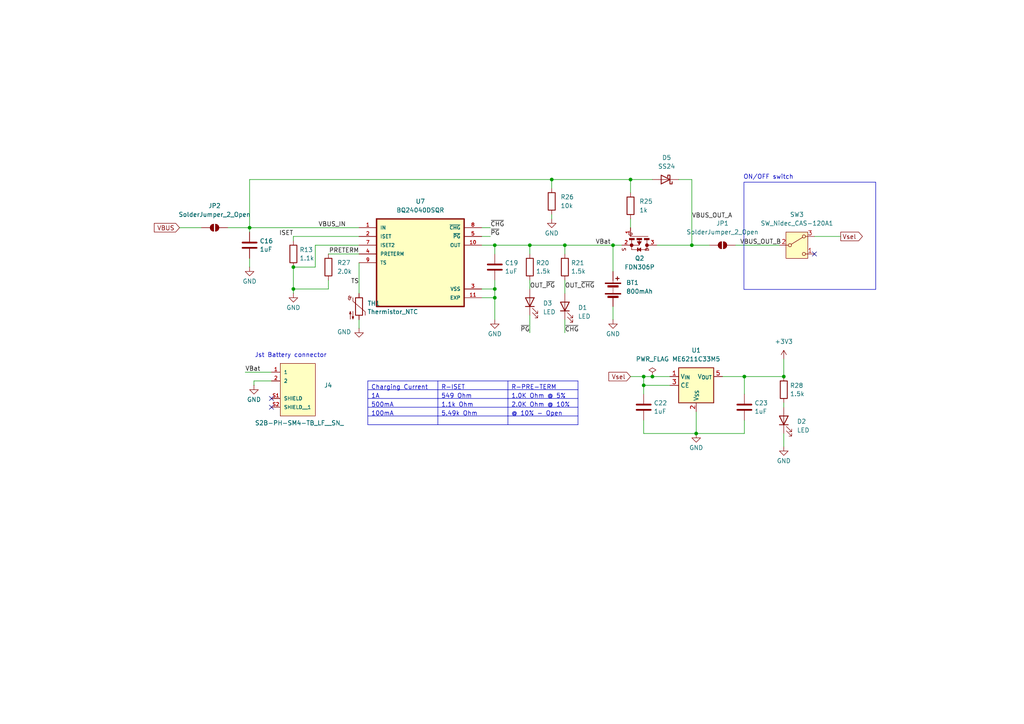
<source format=kicad_sch>
(kicad_sch (version 20250114) (generator "eeschema") (generator_version "9.0")
  (paper "A4")
  (lib_symbols
    (symbol "BQ24040DSQR_1" (pin_names (offset 1.016))
      (property "Reference" "U" (at -12.7 13.7 0))
      (property "Value" "BQ24040DSQR" (at -12.7 -16.7 0))
      (symbol "BQ24040DSQR_1_0_0"
        (rectangle (start -12.7 -12.7) (end 12.7 12.7) (stroke (width 0.41)) (fill (type background)))
        (pin input line (at -17.78 10.16 0) (length 5.08) (name "IN") (number "1"))
        (pin input line (at -17.78 7.62 0) (length 5.08) (name "ISET") (number "2"))
        (pin input line (at -17.78 5.08 0) (length 5.08) (name "ISET2") (number "7"))
        (pin input line (at -17.78 2.54 0) (length 5.08) (name "PRETERM") (number "4"))
        (pin input line (at -17.78 0 0) (length 5.08) (name "TS") (number "9"))
        (pin output line (at 17.78 10.16 180) (length 5.08) (name "~{CHG}") (number "8"))
        (pin output line (at 17.78 7.62 180) (length 5.08) (name "~{PG}") (number "5"))
        (pin output line (at 17.78 5.08 180) (length 5.08) (name "OUT") (number "10"))
        (pin power_in line (at 17.78 -7.62 180) (length 5.08) (name "VSS") (number "3"))
        (pin power_in line (at 17.78 -10.16 180) (length 5.08) (name "EXP") (number "11"))
      )
    )
    (symbol "Device:Battery" (pin_numbers (hide yes)) (pin_names (offset 0) (hide yes))
      (property "Reference" "BT" (at 2.54 2.54 0))
      (property "Value" "Battery" (at 2.54 0 0))
      (symbol "Battery_0_1"
        (rectangle (start -2.286 1.778) (end 2.286 1.524) (fill (type outline)))
        (rectangle (start -2.286 -1.27) (end 2.286 -1.524) (fill (type outline)))
        (rectangle (start -1.524 1.016) (end 1.524 0.508) (fill (type outline)))
        (rectangle (start -1.524 -2.032) (end 1.524 -2.54) (fill (type outline)))
        (polyline (pts (xy 0 1.778) (xy 0 2.54)))
        (polyline (pts (xy 0 0) (xy 0 0.254)))
        (polyline (pts (xy 0 -0.508) (xy 0 -0.254)))
        (polyline (pts (xy 0 -1.016) (xy 0 -0.762)))
        (polyline (pts (xy 0.762 3.048) (xy 1.778 3.048)) (stroke (width 0.254)))
        (polyline (pts (xy 1.27 3.556) (xy 1.27 2.54)) (stroke (width 0.254)))
      )
      (symbol "Battery_1_1"
        (pin passive line (at 0 5.08 270) (length 2.54) (name "+") (number "1"))
        (pin passive line (at 0 -5.08 90) (length 2.54) (name "-") (number "2"))
      )
    )
    (symbol "Device:C" (pin_numbers (hide yes)) (pin_names (offset 0.254))
      (property "Reference" "C" (at 0.635 2.54 0))
      (property "Value" "C" (at 0.635 -2.54 0))
      (symbol "C_0_1"
        (polyline (pts (xy -2.032 0.762) (xy 2.032 0.762)) (stroke (width 0.508)))
        (polyline (pts (xy -2.032 -0.762) (xy 2.032 -0.762)) (stroke (width 0.508)))
      )
      (symbol "C_1_1"
        (pin passive line (at 0 3.81 270) (length 2.794) (name "~") (number "1"))
        (pin passive line (at 0 -3.81 90) (length 2.794) (name "~") (number "2"))
      )
    )
    (symbol "Device:R" (pin_numbers (hide yes)) (pin_names (offset 0))
      (property "Reference" "R" (at 2.032 0 90))
      (property "Value" "R" (at 0 0 90))
      (symbol "R_0_1"
        (rectangle (start -1.016 -2.54) (end 1.016 2.54) (stroke (width 0.254)))
      )
      (symbol "R_1_1"
        (pin passive line (at 0 3.81 270) (length 1.27) (name "~") (number "1"))
        (pin passive line (at 0 -3.81 90) (length 1.27) (name "~") (number "2"))
      )
    )
    (symbol "Device:Thermistor_NTC" (pin_numbers (hide yes)) (pin_names (offset 0))
      (property "Reference" "TH" (at -4.445 0 90))
      (property "Value" "Thermistor_NTC" (at 3.175 0 90))
      (symbol "Thermistor_NTC_0_1"
        (arc (start -3.175 2.413) (mid -3.0506 2.3165) (end -3.048 2.159))
        (arc (start -3.048 2.794) (mid -2.9736 2.9736) (end -2.794 3.048))
        (arc (start -2.794 3.048) (mid -2.6144 2.9736) (end -2.54 2.794))
        (arc (start -2.794 2.54) (mid -2.9736 2.6144) (end -3.048 2.794))
        (arc (start -2.794 1.905) (mid -2.9736 1.9794) (end -3.048 2.159))
        (arc (start -2.54 2.159) (mid -2.6144 1.9794) (end -2.794 1.905))
        (arc (start -2.159 2.794) (mid -2.434 2.5608) (end -2.794 2.54))
        (polyline (pts (xy -2.54 2.159) (xy -2.54 2.794)))
        (polyline (pts (xy -2.54 -3.683) (xy -2.54 -1.397) (xy -2.794 -2.159) (xy -2.286 -2.159) (xy -2.54 -1.397) (xy -2.54 -1.651)) (fill (type outline)))
        (polyline (pts (xy -1.778 2.54) (xy -1.778 1.524) (xy 1.778 -1.524) (xy 1.778 -2.54)))
        (polyline (pts (xy -1.778 -1.397) (xy -1.778 -3.683) (xy -2.032 -2.921) (xy -1.524 -2.921) (xy -1.778 -3.683) (xy -1.778 -3.429)) (fill (type outline)))
        (rectangle (start -1.016 2.54) (end 1.016 -2.54) (stroke (width 0.254)))
      )
      (symbol "Thermistor_NTC_1_1"
        (pin passive line (at 0 3.81 270) (length 1.27) (name "~") (number "1"))
        (pin passive line (at 0 -3.81 90) (length 1.27) (name "~") (number "2"))
      )
    )
    (symbol "Diode:SS24" (pin_numbers (hide yes)) (pin_names (offset 1.016) (hide yes))
      (property "Reference" "D" (at 0 2.54 0))
      (property "Value" "SS24" (at 0 -2.54 0))
      (symbol "SS24_0_1"
        (polyline (pts (xy -1.905 0.635) (xy -1.905 1.27) (xy -1.27 1.27) (xy -1.27 -1.27) (xy -0.635 -1.27) (xy -0.635 -0.635)) (stroke (width 0.254)))
        (polyline (pts (xy 1.27 1.27) (xy 1.27 -1.27) (xy -1.27 0) (xy 1.27 1.27)) (stroke (width 0.254)))
        (polyline (pts (xy 1.27 0) (xy -1.27 0)))
      )
      (symbol "SS24_1_1"
        (pin passive line (at -3.81 0 0) (length 2.54) (name "K") (number "1"))
        (pin passive line (at 3.81 0 180) (length 2.54) (name "A") (number "2"))
      )
    )
    (symbol "FDN306P:FDN306P" (pin_names (offset 1.016))
      (property "Reference" "Q" (at 2.5423 0 0))
      (property "Value" "FDN306P" (at 2.5417 -2.5417 0))
      (symbol "FDN306P_0_0"
        (polyline (pts (xy -2.54 -2.54) (xy -2.54 2.54)) (stroke (width 0.1524)))
        (rectangle (start -2.034 -2.9239) (end -1.524 -1.397) (stroke (width 0.1)) (fill (type outline)))
        (rectangle (start -2.0339 1.3983) (end -1.524 2.921) (stroke (width 0.1)) (fill (type outline)))
        (rectangle (start -2.0326 -0.7622) (end -1.524 0.762) (stroke (width 0.1)) (fill (type outline)))
        (polyline (pts (xy -1.905 -2.2225) (xy 0 -2.2225)) (stroke (width 0.1524)))
        (polyline (pts (xy -1.5875 2.2225) (xy 0 2.2225)) (stroke (width 0.1524)))
        (polyline (pts (xy -1.0795 0) (xy -1.905 0)) (stroke (width 0.1524)))
        (polyline (pts (xy -0.0635 0) (xy -1.0795 -0.635) (xy -1.0795 0.635) (xy -0.0635 0)) (stroke (width 0.1016)) (fill (type outline)))
        (polyline (pts (xy 0 2.54) (xy 0 2.2225)) (stroke (width 0.1524)))
        (circle (center 0 2.2225) (radius 0.127) (stroke (width 0.4064)))
        (polyline (pts (xy 0 2.2225) (xy 1.27 2.2225)) (stroke (width 0.1524)))
        (polyline (pts (xy 0 0) (xy 0 -2.2225)) (stroke (width 0.1524)))
        (polyline (pts (xy 0 -2.2225) (xy 0 -2.54)) (stroke (width 0.1524)))
        (circle (center 0 -2.2225) (radius 0.127) (stroke (width 0.4064)))
        (rectangle (start 0.7633 -0.5725) (end 1.778 -0.3175) (stroke (width 0.1)) (fill (type outline)))
        (polyline (pts (xy 1.27 2.2225) (xy 1.27 -2.2225)) (stroke (width 0.1524)))
        (polyline (pts (xy 1.27 -0.3175) (xy 1.778 0.4445) (xy 0.762 0.4445) (xy 1.27 -0.3175)) (stroke (width 0.1524)) (fill (type outline)))
        (polyline (pts (xy 1.27 -2.2225) (xy 0 -2.2225)) (stroke (width 0.1524)))
        (text "G" (at -3.8105 -1.9052 0) (effects (font (size 1.0161 1.0161)) (justify left bottom)))
        (text "D" (at 0.6357 2.8609 0) (effects (font (size 1.0172 1.0172)) (justify left bottom)))
        (text "S" (at 0.6358 -3.8149 0) (effects (font (size 1.0173 1.0173)) (justify left bottom)))
        (pin passive line (at -5.08 -2.54 0) (length 2.54) (name "~") (number "1"))
        (pin passive line (at 0 5.08 270) (length 2.54) (name "~") (number "3"))
        (pin passive line (at 0 -5.08 90) (length 2.54) (name "~") (number "2"))
      )
    )
    (symbol "Jumper:SolderJumper_2_Open" (pin_numbers (hide yes)) (pin_names (offset 0) (hide yes)) (in_bom no)
      (property "Reference" "JP" (at 0 2.032 0))
      (property "Value" "SolderJumper_2_Open" (at 0 -2.54 0))
      (symbol "SolderJumper_2_Open_0_1"
        (polyline (pts (xy -0.254 1.016) (xy -0.254 -1.016)))
        (arc (start -0.254 -1.016) (mid -1.2656 0) (end -0.254 1.016))
        (arc (start -0.254 -1.016) (mid -1.2656 0) (end -0.254 1.016) (fill (type outline)))
        (arc (start 0.254 1.016) (mid 1.2656 0) (end 0.254 -1.016))
        (arc (start 0.254 1.016) (mid 1.2656 0) (end 0.254 -1.016) (fill (type outline)))
        (polyline (pts (xy 0.254 1.016) (xy 0.254 -1.016)))
      )
      (symbol "SolderJumper_2_Open_1_1"
        (pin passive line (at -3.81 0 0) (length 2.54) (name "A") (number "1"))
        (pin passive line (at 3.81 0 180) (length 2.54) (name "B") (number "2"))
      )
    )
    (symbol "LED_1" (pin_numbers (hide yes)) (pin_names (offset 1.016) (hide yes))
      (property "Reference" "D" (at 0 2.54 0))
      (property "Value" "LED" (at 0 -2.54 0))
      (symbol "LED_1_0_1"
        (polyline (pts (xy -3.048 -0.762) (xy -4.572 -2.286) (xy -3.81 -2.286) (xy -4.572 -2.286) (xy -4.572 -1.524)))
        (polyline (pts (xy -1.778 -0.762) (xy -3.302 -2.286) (xy -2.54 -2.286) (xy -3.302 -2.286) (xy -3.302 -1.524)))
        (polyline (pts (xy -1.27 0) (xy 1.27 0)))
        (polyline (pts (xy -1.27 -1.27) (xy -1.27 1.27)) (stroke (width 0.254)))
        (polyline (pts (xy 1.27 -1.27) (xy 1.27 1.27) (xy -1.27 0) (xy 1.27 -1.27)) (stroke (width 0.254)))
      )
      (symbol "LED_1_1_1"
        (pin passive line (at -3.81 0 0) (length 2.54) (name "K") (number "1"))
        (pin passive line (at 3.81 0 180) (length 2.54) (name "A") (number "2"))
      )
    )
    (symbol "Regulator_Linear:ME6211C33M5"
      (property "Reference" "U" (at -4.572 6.35 0))
      (property "Value" "ME6211C33M5" (at 10.16 8.636 0))
      (symbol "ME6211C33M5_1_1"
        (rectangle (start -5.08 5.08) (end 5.08 -5.08) (stroke (width 0.254)) (fill (type background)))
        (pin power_in line (at -7.62 2.54 0) (length 2.54) (name "V_{IN}") (number "1"))
        (pin input line (at -7.62 0 0) (length 2.54) (name "CE") (number "3"))
        (pin power_in line (at 0 -7.62 90) (length 2.54) (name "V_{SS}") (number "2"))
        (pin no_connect line (at 5.08 0 180) (length 2.54) (hide yes) (name "NC") (number "4"))
        (pin power_out line (at 7.62 2.54 180) (length 2.54) (name "V_{OUT}") (number "5"))
      )
    )
    (symbol "S2B-PH-SM4-TB_LF__SN__1" (pin_names (offset 1.016))
      (property "Reference" "J" (at -5.0829 5.5957 0))
      (property "Value" "S2B-PH-SM4-TB_LF__SN_" (at -5.0881 -11.9627 0))
      (symbol "S2B-PH-SM4-TB_LF__SN__1_0_0"
        (rectangle (start -5.08 -10.16) (end 5.08 5.08) (stroke (width 0.1524)) (fill (type background)))
        (pin passive line (at -7.62 2.54 0) (length 2.54) (name "1") (number "1"))
        (pin passive line (at -7.62 0 0) (length 2.54) (name "2") (number "2"))
        (pin passive line (at -7.62 -5.08 0) (length 2.54) (name "SHIELD") (number "S1"))
        (pin passive line (at -7.62 -7.62 0) (length 2.54) (name "SHIELD__1") (number "S2"))
      )
    )
    (symbol "Switch:SW_Nidec_CAS-120A1" (pin_names (offset 1) (hide yes))
      (property "Reference" "SW" (at 0 4.318 0))
      (property "Value" "SW_Nidec_CAS-120A1" (at 0 -5.08 0))
      (symbol "SW_Nidec_CAS-120A1_0_1"
        (circle (center -2.032 0) (radius 0.4572))
        (polyline (pts (xy -1.651 0.254) (xy 1.651 2.286)))
        (circle (center 2.032 2.54) (radius 0.4572))
        (circle (center 2.032 -2.54) (radius 0.4572))
      )
      (symbol "SW_Nidec_CAS-120A1_1_1"
        (rectangle (start -3.175 3.81) (end 3.175 -3.81) (fill (type background)))
        (pin passive line (at -5.08 0 0) (length 2.54) (name "B") (number "2"))
        (pin passive line (at 5.08 2.54 180) (length 2.54) (name "A") (number "3"))
        (pin passive line (at 5.08 -2.54 180) (length 2.54) (name "C") (number "1"))
      )
    )
    (symbol "power:+3V3" (power) (pin_numbers (hide yes)) (pin_names (offset 0) (hide yes))
      (property "Value" "+3V3" (at 0 3.556 0))
      (symbol "+3V3_0_1"
        (polyline (pts (xy -0.762 1.27) (xy 0 2.54)))
        (polyline (pts (xy 0 2.54) (xy 0.762 1.27)))
        (polyline (pts (xy 0 0) (xy 0 2.54)))
      )
      (symbol "+3V3_1_1"
        (pin power_in line (at 0 0 90) (length 0) (name "~") (number "1"))
      )
    )
    (symbol "power:GND" (power) (pin_numbers (hide yes)) (pin_names (offset 0) (hide yes))
      (property "Value" "GND" (at 0 -3.81 0))
      (symbol "GND_0_1"
        (polyline (pts (xy 0 0) (xy 0 -1.27) (xy 1.27 -1.27) (xy 0 -2.54) (xy -1.27 -1.27) (xy 0 -1.27)))
      )
      (symbol "GND_1_1"
        (pin power_in line (at 0 0 270) (length 0) (name "~") (number "1"))
      )
    )
    (symbol "power:PWR_FLAG" (power) (pin_numbers (hide yes)) (pin_names (offset 0) (hide yes))
      (property "Value" "PWR_FLAG" (at 0 3.81 0))
      (symbol "PWR_FLAG_0_0"
        (pin power_out line (at 0 0 90) (length 0) (name "~") (number "1"))
      )
      (symbol "PWR_FLAG_0_1"
        (polyline (pts (xy 0 0) (xy 0 1.27) (xy -1.016 1.905) (xy 0 2.54) (xy 1.016 1.905) (xy 0 1.27)))
      )
    )
  )
  (rectangle (start 215.773 52.832) (end 254 83.947))
  (text "ON/OFF switch" (at 222.885 51.435 0) (effects (font (size 1.27 1.27))))
  (text "Jst Battery connector" (at 84.328 103.124 0) (effects (font (size 1.27 1.27))))
  (junction (at 227.33 109.22))
  (junction (at 177.8 71.12))
  (junction (at 200.66 71.12))
  (junction (at 189.23 109.22))
  (junction (at 72.39 66.04))
  (junction (at 153.67 71.12))
  (junction (at 143.51 86.36))
  (junction (at 186.69 111.76))
  (junction (at 186.69 109.22))
  (junction (at 160.02 52.07))
  (junction (at 143.51 71.12))
  (junction (at 143.51 83.82))
  (junction (at 215.9 109.22))
  (junction (at 85.09 77.47))
  (junction (at 85.09 83.82))
  (junction (at 182.88 52.07))
  (junction (at 163.83 71.12))
  (junction (at 201.93 125.73))
  (no_connect (at 78.74 115.57))
  (no_connect (at 78.74 118.11))
  (no_connect (at 236.22 73.66))
  (wire (pts (xy 71.12 107.95) (xy 78.74 107.95)))
  (wire (pts (xy 177.8 71.12) (xy 177.8 78.74)))
  (wire (pts (xy 243.84 68.58) (xy 236.22 68.58)))
  (wire (pts (xy 95.25 81.28) (xy 95.25 83.82)))
  (wire (pts (xy 163.83 81.28) (xy 163.83 85.09)))
  (wire (pts (xy 163.83 71.12) (xy 153.67 71.12)))
  (wire (pts (xy 85.09 68.58) (xy 85.09 69.85)))
  (wire (pts (xy 104.14 92.71) (xy 104.14 95.25)))
  (wire (pts (xy 143.51 81.28) (xy 143.51 83.82)))
  (wire (pts (xy 153.67 91.44) (xy 153.67 96.52)))
  (wire (pts (xy 72.39 77.47) (xy 72.39 74.93)))
  (wire (pts (xy 227.33 129.54) (xy 227.33 125.73)))
  (wire (pts (xy 153.67 73.66) (xy 153.67 71.12)))
  (wire (pts (xy 189.23 109.22) (xy 186.69 109.22)))
  (wire (pts (xy 73.66 111.76) (xy 73.66 110.49)))
  (wire (pts (xy 186.69 111.76) (xy 186.69 114.3)))
  (wire (pts (xy 142.24 68.58) (xy 139.7 68.58)))
  (wire (pts (xy 186.69 111.76) (xy 194.31 111.76)))
  (wire (pts (xy 196.85 52.07) (xy 200.66 52.07)))
  (wire (pts (xy 186.69 109.22) (xy 186.69 111.76)))
  (wire (pts (xy 215.9 121.92) (xy 215.9 125.73)))
  (wire (pts (xy 182.88 52.07) (xy 189.23 52.07)))
  (wire (pts (xy 142.24 66.04) (xy 139.7 66.04)))
  (wire (pts (xy 194.31 109.22) (xy 189.23 109.22)))
  (wire (pts (xy 95.25 83.82) (xy 85.09 83.82)))
  (wire (pts (xy 95.25 73.66) (xy 104.14 73.66)))
  (wire (pts (xy 160.02 62.23) (xy 160.02 63.5)))
  (wire (pts (xy 52.07 66.04) (xy 58.42 66.04)))
  (wire (pts (xy 182.88 52.07) (xy 160.02 52.07)))
  (wire (pts (xy 163.83 71.12) (xy 177.8 71.12)))
  (wire (pts (xy 215.9 125.73) (xy 201.93 125.73)))
  (wire (pts (xy 153.67 71.12) (xy 143.51 71.12)))
  (wire (pts (xy 91.44 77.47) (xy 85.09 77.47)))
  (wire (pts (xy 227.33 116.84) (xy 227.33 118.11)))
  (wire (pts (xy 91.44 71.12) (xy 91.44 77.47)))
  (wire (pts (xy 139.7 83.82) (xy 143.51 83.82)))
  (wire (pts (xy 163.83 73.66) (xy 163.83 71.12)))
  (wire (pts (xy 139.7 71.12) (xy 143.51 71.12)))
  (wire (pts (xy 190.5 71.12) (xy 200.66 71.12)))
  (wire (pts (xy 73.66 110.49) (xy 78.74 110.49)))
  (wire (pts (xy 72.39 66.04) (xy 104.14 66.04)))
  (wire (pts (xy 72.39 52.07) (xy 72.39 66.04)))
  (wire (pts (xy 182.88 63.5) (xy 182.88 66.04)))
  (wire (pts (xy 163.83 92.71) (xy 163.83 96.52)))
  (wire (pts (xy 160.02 52.07) (xy 160.02 54.61)))
  (wire (pts (xy 182.88 52.07) (xy 182.88 55.88)))
  (wire (pts (xy 85.09 68.58) (xy 104.14 68.58)))
  (wire (pts (xy 139.7 86.36) (xy 143.51 86.36)))
  (wire (pts (xy 143.51 86.36) (xy 143.51 92.71)))
  (wire (pts (xy 143.51 71.12) (xy 143.51 73.66)))
  (wire (pts (xy 186.69 125.73) (xy 201.93 125.73)))
  (wire (pts (xy 209.55 109.22) (xy 215.9 109.22)))
  (wire (pts (xy 186.69 121.92) (xy 186.69 125.73)))
  (wire (pts (xy 227.33 104.14) (xy 227.33 109.22)))
  (wire (pts (xy 153.67 81.28) (xy 153.67 83.82)))
  (wire (pts (xy 104.14 76.2) (xy 104.14 85.09)))
  (wire (pts (xy 66.04 66.04) (xy 72.39 66.04)))
  (wire (pts (xy 72.39 66.04) (xy 72.39 67.31)))
  (wire (pts (xy 177.8 71.12) (xy 180.34 71.12)))
  (wire (pts (xy 227.33 109.22) (xy 215.9 109.22)))
  (wire (pts (xy 201.93 119.38) (xy 201.93 125.73)))
  (wire (pts (xy 143.51 83.82) (xy 143.51 86.36)))
  (wire (pts (xy 200.66 52.07) (xy 200.66 71.12)))
  (wire (pts (xy 215.9 109.22) (xy 215.9 114.3)))
  (wire (pts (xy 177.8 88.9) (xy 177.8 92.71)))
  (wire (pts (xy 85.09 83.82) (xy 85.09 77.47)))
  (wire (pts (xy 85.09 85.09) (xy 85.09 83.82)))
  (wire (pts (xy 205.74 71.12) (xy 200.66 71.12)))
  (wire (pts (xy 104.14 71.12) (xy 91.44 71.12)))
  (wire (pts (xy 213.36 71.12) (xy 226.06 71.12)))
  (wire (pts (xy 160.02 52.07) (xy 72.39 52.07)))
  (wire (pts (xy 182.88 109.22) (xy 186.69 109.22)))
  (table (column_count 3) (border (external yes) (header yes) (stroke (width 0.0508))) (separators (rows yes) (cols yes) (stroke (width 0.0508))) (column_widths 20.32 20.32 20.32) (row_heights 2.54 2.54 2.54 2.54 2.54) (cells (table_cell "Charging Current" (at 106.68 110.49 0) (size 20.32 2.54) (margins 0.9525 0.9525 0.9525 0.9525) (span 1 1)) (table_cell "R-ISET" (at 127 110.49 0) (size 20.32 2.54) (margins 0.9525 0.9525 0.9525 0.9525) (span 1 1)) (table_cell "R-PRE-TERM" (at 147.32 110.49 0) (size 20.32 2.54) (margins 0.9525 0.9525 0.9525 0.9525) (span 1 1)) (table_cell "1A" (at 106.68 113.03 0) (size 20.32 2.54) (margins 0.9525 0.9525 0.9525 0.9525) (span 1 1)) (table_cell "549 Ohm" (at 127 113.03 0) (size 20.32 2.54) (margins 0.9525 0.9525 0.9525 0.9525) (span 1 1)) (table_cell "1.0K Ohm @ 5%" (at 147.32 113.03 0) (size 20.32 2.54) (margins 0.9525 0.9525 0.9525 0.9525) (span 1 1)) (table_cell "500mA " (at 106.68 115.57 0) (size 20.32 2.54) (margins 0.9525 0.9525 0.9525 0.9525) (span 1 1)) (table_cell "1.1k Ohm" (at 127 115.57 0) (size 20.32 2.54) (margins 0.9525 0.9525 0.9525 0.9525) (span 1 1)) (table_cell "2.0K Ohm @ 10%" (at 147.32 115.57 0) (size 20.32 2.54) (margins 0.9525 0.9525 0.9525 0.9525) (span 1 1)) (table_cell "100mA" (at 106.68 118.11 0) (size 20.32 2.54) (margins 0.9525 0.9525 0.9525 0.9525) (span 1 1)) (table_cell "5.49k Ohm" (at 127 118.11 0) (size 20.32 2.54) (margins 0.9525 0.9525 0.9525 0.9525) (span 1 1)) (table_cell "@ 10% - Open" (at 147.32 118.11 0) (size 20.32 2.54) (margins 0.9525 0.9525 0.9525 0.9525) (span 1 1)) (table_cell "" (at 106.68 120.65 0) (size 20.32 2.54) (margins 0.9525 0.9525 0.9525 0.9525) (span 1 1)) (table_cell "" (at 127 120.65 0) (size 20.32 2.54) (margins 0.9525 0.9525 0.9525 0.9525) (span 1 1)) (table_cell "" (at 147.32 120.65 0) (size 20.32 2.54) (margins 0.9525 0.9525 0.9525 0.9525) (span 1 1))))
  (label "ISET" (at 85.09 68.58 180))
  (label "TS" (at 104.14 82.55 180))
  (label "OUT_~{CHG}" (at 163.83 83.82 0))
  (label "~{CHG}" (at 142.24 66.04 0))
  (label "OUT_~{PG}" (at 153.67 83.82 0))
  (label "~{PG}" (at 153.67 96.52 180))
  (label "VBat" (at 172.72 71.12 0))
  (label "PRETERM" (at 104.14 73.66 180))
  (label "VBat" (at 71.12 107.95 0))
  (label "~{CHG}" (at 163.83 96.52 0))
  (label "~{PG}" (at 142.24 68.58 0))
  (label "VBUS_OUT_A" (at 200.66 63.5 0))
  (label "VBUS_IN" (at 100.33 66.04 180))
  (label "VBUS_OUT_B" (at 214.63 71.12 0))
  (global_label "Vsel" (shape input) (at 182.88 109.22 180) (property "Intersheetrefs" "${INTERSHEET_REFS}" (effects (hide yes))))
  (global_label "Vsel" (shape output) (at 243.84 68.58 0) (property "Intersheetrefs" "${INTERSHEET_REFS}" (effects (hide yes))))
  (global_label "VBUS" (shape input) (at 52.07 66.04 180) (property "Intersheetrefs" "${INTERSHEET_REFS}" (effects (hide yes))))
  (symbol (lib_name "LED_1") (lib_id "Device:LED") (at 227.33 121.92 90) (unit 1)
    (property "Reference" "D2" (at 231.14 122.2374 90) (effects (justify right)))
    (property "Value" "LED" (at 231.14 124.7774 90) (effects (justify right)))
    (property "Footprint" "LED_SMD:LED_0805_2012Metric" (effects (hide yes)))
    (property "Description" "Light emitting diode" (effects (hide yes)))
    (property "Sim.Pins" "1=K 2=A" (effects (hide yes)))
  )
  (symbol (lib_id "Device:C") (at 186.69 118.11 180) (unit 1)
    (property "Reference" "C22" (at 189.611 116.8978 0) (effects (justify right)))
    (property "Value" "1uF" (at 189.611 119.3221 0) (effects (justify right)))
    (property "Footprint" "Capacitor_SMD:C_0805_2012Metric_Pad1.18x1.45mm_HandSolder" (effects (hide yes)))
    (property "Description" "Unpolarized capacitor" (effects (hide yes)))
  )
  (symbol (lib_id "power:GND") (at 177.8 92.71 0) (unit 1)
    (property "Reference" "#PWR060" (effects (hide yes)))
    (property "Value" "GND" (at 177.8 96.8431 0))
    (property "Description" "Power symbol creates a global label with name \"GND\" , ground" (effects (hide yes)))
  )
  (symbol (lib_id "power:GND") (at 143.51 92.71 0) (unit 1)
    (property "Reference" "#PWR038" (effects (hide yes)))
    (property "Value" "GND" (at 143.51 96.8431 0))
    (property "Description" "Power symbol creates a global label with name \"GND\" , ground" (effects (hide yes)))
  )
  (symbol (lib_id "Device:R") (at 85.09 73.66 0) (unit 1)
    (property "Reference" "R13" (at 86.868 72.4478 0) (effects (justify left)))
    (property "Value" "1.1k" (at 86.868 74.8721 0) (effects (justify left)))
    (property "Footprint" "Resistor_SMD:R_0805_2012Metric_Pad1.20x1.40mm_HandSolder" (effects (hide yes)))
    (property "Description" "Resistor" (effects (hide yes)))
  )
  (symbol (lib_id "power:GND") (at 85.09 85.09 0) (unit 1)
    (property "Reference" "#PWR037" (effects (hide yes)))
    (property "Value" "GND" (at 85.09 89.2231 0))
    (property "Description" "Power symbol creates a global label with name \"GND\" , ground" (effects (hide yes)))
  )
  (symbol (lib_id "Jumper:SolderJumper_2_Open") (at 209.55 71.12 0) (unit 1) (in_bom no)
    (property "Reference" "JP1" (at 209.55 64.77 0))
    (property "Value" "SolderJumper_2_Open" (at 209.55 67.31 0))
    (property "Footprint" "Jumper:SolderJumper-2_P1.3mm_Open_RoundedPad1.0x1.5mm" (effects (hide yes)))
    (property "Description" "Solder Jumper, 2-pole, open" (effects (hide yes)))
  )
  (symbol (lib_id "Device:C") (at 72.39 71.12 180) (unit 1)
    (property "Reference" "C16" (at 75.311 69.9078 0) (effects (justify right)))
    (property "Value" "1uF" (at 75.311 72.3321 0) (effects (justify right)))
    (property "Footprint" "Capacitor_SMD:C_0805_2012Metric_Pad1.18x1.45mm_HandSolder" (effects (hide yes)))
    (property "Description" "Unpolarized capacitor" (effects (hide yes)))
  )
  (symbol (lib_id "power:GND") (at 201.93 125.73 0) (unit 1)
    (property "Reference" "#PWR08" (effects (hide yes)))
    (property "Value" "GND" (at 201.93 129.8631 0))
    (property "Description" "Power symbol creates a global label with name \"GND\" , ground" (effects (hide yes)))
  )
  (symbol (lib_id "Regulator_Linear:ME6211C33M5") (at 201.93 111.76 0) (unit 1)
    (property "Reference" "U1" (at 201.93 101.6 0))
    (property "Value" "ME6211C33M5" (at 201.93 104.14 0))
    (property "Footprint" "Package_TO_SOT_SMD:SOT-23-5" (effects (hide yes)))
    (property "Datasheet" "https://www.lcsc.com/datasheet/lcsc_datasheet_2304140030_MICRONE-Nanjing-Micro-One-Elec-ME6211C33R5G_C235316.pdf" (effects (hide yes)))
    (property "Description" "500mA low dropout linear regulator, shutdown pin, 6.5V max input voltage, 3.3V fixed positive output, SOT-23-5" (effects (hide yes)))
  )
  (symbol (lib_id "Device:R") (at 153.67 77.47 0) (unit 1)
    (property "Reference" "R20" (at 155.448 76.2578 0) (effects (justify left)))
    (property "Value" "1.5k" (at 155.448 78.6821 0) (effects (justify left)))
    (property "Footprint" "Resistor_SMD:R_0805_2012Metric_Pad1.20x1.40mm_HandSolder" (effects (hide yes)))
    (property "Description" "Resistor" (effects (hide yes)))
  )
  (symbol (lib_id "Device:R") (at 227.33 113.03 0) (unit 1)
    (property "Reference" "R28" (at 229.108 111.8178 0) (effects (justify left)))
    (property "Value" "1.5k" (at 229.108 114.2421 0) (effects (justify left)))
    (property "Footprint" "Resistor_SMD:R_0805_2012Metric_Pad1.20x1.40mm_HandSolder" (effects (hide yes)))
    (property "Description" "Resistor" (effects (hide yes)))
  )
  (symbol (lib_id "Device:C") (at 215.9 118.11 180) (unit 1)
    (property "Reference" "C23" (at 218.821 116.8978 0) (effects (justify right)))
    (property "Value" "1uF" (at 218.821 119.3221 0) (effects (justify right)))
    (property "Footprint" "Capacitor_SMD:C_0805_2012Metric_Pad1.18x1.45mm_HandSolder" (effects (hide yes)))
    (property "Description" "Unpolarized capacitor" (effects (hide yes)))
  )
  (symbol (lib_id "Switch:SW_Nidec_CAS-120A1") (at 231.14 71.12 0) (unit 1)
    (property "Reference" "SW3" (at 231.14 62.23 0))
    (property "Value" "SW_Nidec_CAS-120A1" (at 231.14 64.77 0))
    (property "Footprint" "Button_Switch_THT:SW_Slide-03_Wuerth-WS-SLTV_10x2.5x6.4_P2.54mm" (effects (hide yes)))
    (property "Datasheet" "https://www.nidec-components.com/e/catalog/switch/cas.pdf" (effects (hide yes)))
    (property "Description" "Switch, single pole double throw" (effects (hide yes)))
  )
  (symbol (lib_id "Diode:SS24") (at 193.04 52.07 180) (unit 1)
    (property "Reference" "D5" (at 193.3575 45.72 0))
    (property "Value" "SS24" (at 193.3575 48.26 0))
    (property "Footprint" "Diode_SMD:D_SMA" (effects (hide yes)))
    (property "Datasheet" "https://www.vishay.com/docs/88748/ss22.pdf" (effects (hide yes)))
    (property "Description" "40V 2A Schottky Diode, SMA" (effects (hide yes)))
  )
  (symbol (lib_id "power:GND") (at 73.66 111.76 0) (unit 1)
    (property "Reference" "#PWR023" (effects (hide yes)))
    (property "Value" "GND" (at 73.66 115.8931 0))
    (property "Description" "Power symbol creates a global label with name \"GND\" , ground" (effects (hide yes)))
  )
  (symbol (lib_id "power:GND") (at 227.33 129.54 0) (unit 1)
    (property "Reference" "#PWR055" (effects (hide yes)))
    (property "Value" "GND" (at 227.33 133.6731 0))
    (property "Description" "Power symbol creates a global label with name \"GND\" , ground" (effects (hide yes)))
  )
  (symbol (lib_id "power:GND") (at 72.39 77.47 0) (unit 1)
    (property "Reference" "#PWR028" (effects (hide yes)))
    (property "Value" "GND" (at 72.39 81.6031 0))
    (property "Description" "Power symbol creates a global label with name \"GND\" , ground" (effects (hide yes)))
  )
  (symbol (lib_id "Device:Battery") (at 177.8 83.82 0) (unit 1) (on_board no)
    (property "Reference" "BT1" (at 181.61 81.9784 0) (effects (justify left)))
    (property "Value" "800mAh" (at 181.61 84.5184 0) (effects (justify left)))
    (property "Description" "Multiple-cell battery" (effects (hide yes)))
  )
  (symbol (lib_id "power:GND") (at 160.02 63.5 0) (unit 1)
    (property "Reference" "#PWR058" (effects (hide yes)))
    (property "Value" "GND" (at 160.02 67.6331 0))
    (property "Description" "Power symbol creates a global label with name \"GND\" , ground" (effects (hide yes)))
  )
  (symbol (lib_id "Device:R") (at 95.25 77.47 0) (unit 1)
    (property "Reference" "R27" (at 97.79 76.1999 0) (effects (justify left)))
    (property "Value" "2.0k" (at 97.79 78.7399 0) (effects (justify left)))
    (property "Footprint" "Resistor_SMD:R_0805_2012Metric_Pad1.20x1.40mm_HandSolder" (effects (hide yes)))
    (property "Description" "Resistor" (effects (hide yes)))
  )
  (symbol (lib_id "Device:R") (at 182.88 59.69 0) (unit 1)
    (property "Reference" "R25" (at 185.42 58.4199 0) (effects (justify left)))
    (property "Value" "1k" (at 185.42 60.9599 0) (effects (justify left)))
    (property "Footprint" "Resistor_SMD:R_0805_2012Metric_Pad1.20x1.40mm_HandSolder" (effects (hide yes)))
    (property "Description" "Resistor" (effects (hide yes)))
  )
  (symbol (lib_id "power:+3V3") (at 227.33 104.14 0) (unit 1)
    (property "Reference" "#PWR056" (effects (hide yes)))
    (property "Value" "+3V3" (at 227.33 99.06 0))
    (property "Description" "Power symbol creates a global label with name \"+3V3\"" (effects (hide yes)))
  )
  (symbol (lib_name "BQ24040DSQR_1") (lib_id "BQ24040DSQR:BQ24040DSQR") (at 121.92 76.2 0) (unit 1)
    (property "Reference" "U7" (at 121.92 58.42 0))
    (property "Value" "BQ24040DSQR" (at 121.92 60.96 0))
    (property "Footprint" "BQ24040DSQR:SON40P200X200X80-11N" (effects (hide yes)))
    (property "MF" "Texas Instruments" (effects (hide yes)))
    (property "Description_1" "Standalone 1-cell 1-A linear battery charger with 4.2-V VBAT and Temperature Sensing" (effects (hide yes)))
    (property "Package" "WSON-10 Texas Instruments" (effects (hide yes)))
    (property "Price" "None" (effects (hide yes)))
    (property "SnapEDA_Link" "https://www.snapeda.com/parts/BQ24040DSQR/Texas+Instruments/view-part/?ref=snap" (effects (hide yes)))
    (property "MP" "BQ24040DSQR" (effects (hide yes)))
    (property "Availability" "In Stock" (effects (hide yes)))
    (property "Check_prices" "https://www.snapeda.com/parts/BQ24040DSQR/Texas+Instruments/view-part/?ref=eda" (effects (hide yes)))
  )
  (symbol (lib_id "Jumper:SolderJumper_2_Open") (at 62.23 66.04 0) (unit 1) (in_bom no)
    (property "Reference" "JP2" (at 62.23 59.69 0))
    (property "Value" "SolderJumper_2_Open" (at 62.23 62.23 0))
    (property "Footprint" "Jumper:SolderJumper-2_P1.3mm_Open_RoundedPad1.0x1.5mm" (effects (hide yes)))
    (property "Description" "Solder Jumper, 2-pole, open" (effects (hide yes)))
  )
  (symbol (lib_name "LED_1") (lib_id "Device:LED") (at 163.83 88.9 90) (unit 1)
    (property "Reference" "D1" (at 167.64 89.2174 90) (effects (justify right)))
    (property "Value" "LED" (at 167.64 91.7574 90) (effects (justify right)))
    (property "Footprint" "LED_SMD:LED_0805_2012Metric" (effects (hide yes)))
    (property "Description" "Light emitting diode" (effects (hide yes)))
    (property "Sim.Pins" "1=K 2=A" (effects (hide yes)))
  )
  (symbol (lib_id "Device:R") (at 163.83 77.47 0) (unit 1)
    (property "Reference" "R21" (at 165.608 76.2578 0) (effects (justify left)))
    (property "Value" "1.5k" (at 165.608 78.6821 0) (effects (justify left)))
    (property "Footprint" "Resistor_SMD:R_0805_2012Metric_Pad1.20x1.40mm_HandSolder" (effects (hide yes)))
    (property "Description" "Resistor" (effects (hide yes)))
  )
  (symbol (lib_id "power:GND") (at 104.14 95.25 0) (unit 1)
    (property "Reference" "#PWR047" (effects (hide yes)))
    (property "Value" "GND" (at 99.822 96.266 0))
    (property "Description" "Power symbol creates a global label with name \"GND\" , ground" (effects (hide yes)))
  )
  (symbol (lib_id "Device:Thermistor_NTC") (at 104.14 88.9 0) (unit 1)
    (property "Reference" "TH1" (at 106.553 88.0053 0) (effects (justify left)))
    (property "Value" "Thermistor_NTC" (at 106.553 90.4296 0) (effects (justify left)))
    (property "Footprint" "thermistor_10k_NTC_solderPad:thermistor_10k_NTC_SolderPad" (effects (hide yes)))
    (property "Description" "Temperature dependent resistor, negative temperature coefficient" (effects (hide yes)))
  )
  (symbol (lib_id "Device:R") (at 160.02 58.42 0) (unit 1)
    (property "Reference" "R26" (at 162.56 57.1499 0) (effects (justify left)))
    (property "Value" "10k" (at 162.56 59.6899 0) (effects (justify left)))
    (property "Footprint" "Resistor_SMD:R_0805_2012Metric_Pad1.20x1.40mm_HandSolder" (effects (hide yes)))
    (property "Description" "Resistor" (effects (hide yes)))
  )
  (symbol (lib_id "power:PWR_FLAG") (at 189.23 109.22 0) (unit 1)
    (property "Reference" "#FLG01" (effects (hide yes)))
    (property "Value" "PWR_FLAG" (at 189.23 104.14 0))
    (property "Description" "Special symbol for telling ERC where power comes from" (effects (hide yes)))
  )
  (symbol (lib_name "S2B-PH-SM4-TB_LF__SN__1") (lib_id "S2B-PH-SM4-TB_LF__SN_:S2B-PH-SM4-TB_LF__SN_") (at 86.36 110.49 0) (unit 1)
    (property "Reference" "J4" (at 93.98 111.7599 0) (effects (justify left)))
    (property "Value" "S2B-PH-SM4-TB_LF__SN_" (at 73.914 122.682 0) (effects (justify left)))
    (property "Footprint" "JST-PH2-2.00MM-SMD-HORIZONTAL:JST_S2B-PH-SM4-TB_LF__SN_" (effects (hide yes)))
    (property "MF" "JST Sales" (effects (hide yes)))
    (property "Description_1" "Connector Header Surface Mount, Right Angle 2 position 0.079 (2.00mm)" (effects (hide yes)))
    (property "Package" "None" (effects (hide yes)))
    (property "Price" "None" (effects (hide yes)))
    (property "Check_prices" "https://www.snapeda.com/parts/S2B-PH-SM4-TB(LF)(SN)/JST/view-part/?ref=eda" (effects (hide yes)))
    (property "STANDARD" "Manufacturer Recommendation" (effects (hide yes)))
    (property "SnapEDA_Link" "https://www.snapeda.com/parts/S2B-PH-SM4-TB(LF)(SN)/JST/view-part/?ref=snap" (effects (hide yes)))
    (property "MP" "S2B-PH-SM4-TB(LF)(SN)" (effects (hide yes)))
    (property "Availability" "In Stock" (effects (hide yes)))
    (property "MANUFACTURER" "JST" (effects (hide yes)))
  )
  (symbol (lib_name "LED_1") (lib_id "Device:LED") (at 153.67 87.63 90) (unit 1)
    (property "Reference" "D3" (at 157.48 87.9474 90) (effects (justify right)))
    (property "Value" "LED" (at 157.48 90.4874 90) (effects (justify right)))
    (property "Footprint" "LED_SMD:LED_0805_2012Metric" (effects (hide yes)))
    (property "Description" "Light emitting diode" (effects (hide yes)))
    (property "Sim.Pins" "1=K 2=A" (effects (hide yes)))
  )
  (symbol (lib_id "Device:C") (at 143.51 77.47 180) (unit 1)
    (property "Reference" "C19" (at 146.431 76.2578 0) (effects (justify right)))
    (property "Value" "1uF" (at 146.431 78.6821 0) (effects (justify right)))
    (property "Footprint" "Capacitor_SMD:C_0805_2012Metric_Pad1.18x1.45mm_HandSolder" (effects (hide yes)))
    (property "Description" "Unpolarized capacitor" (effects (hide yes)))
  )
  (symbol (lib_id "FDN306P:FDN306P") (at 185.42 71.12 270) (unit 1)
    (property "Reference" "Q2" (at 185.5235 74.93 90))
    (property "Value" "FDN306P" (at 185.5235 77.47 90))
    (property "Footprint" "FDN306P:SSOT-3" (effects (hide yes)))
    (property "MF" "ON" (effects (hide yes)))
    (property "Description_1" "P-Channel 12V 2.6A (Ta) 500mW (Ta) Surface Mount SuperSOT-3" (effects (hide yes)))
    (property "Package" "TO-236-3 ON" (effects (hide yes)))
    (property "Price" "None" (effects (hide yes)))
    (property "SnapEDA_Link" "https://www.snapeda.com/parts/FDN306P/Onsemi/view-part/?ref=snap" (effects (hide yes)))
    (property "MP" "FDN306P" (effects (hide yes)))
    (property "Availability" "In Stock" (effects (hide yes)))
    (property "Check_prices" "https://www.snapeda.com/parts/FDN306P/Onsemi/view-part/?ref=eda" (effects (hide yes)))
  )
)
</source>
